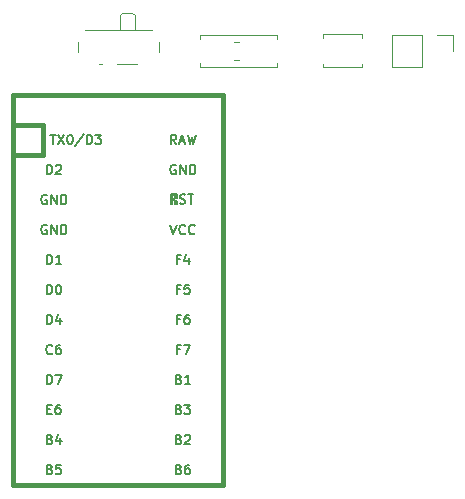
<source format=gbr>
%TF.GenerationSoftware,KiCad,Pcbnew,5.1.8*%
%TF.CreationDate,2021-02-04T11:53:21-06:00*%
%TF.ProjectId,small-paintbrush,736d616c-6c2d-4706-9169-6e7462727573,rev?*%
%TF.SameCoordinates,Original*%
%TF.FileFunction,Legend,Top*%
%TF.FilePolarity,Positive*%
%FSLAX46Y46*%
G04 Gerber Fmt 4.6, Leading zero omitted, Abs format (unit mm)*
G04 Created by KiCad (PCBNEW 5.1.8) date 2021-02-04 11:53:21*
%MOMM*%
%LPD*%
G01*
G04 APERTURE LIST*
%ADD10C,0.381000*%
%ADD11C,0.150000*%
%ADD12C,0.120000*%
G04 APERTURE END LIST*
D10*
%TO.C,U1*%
X71150000Y-29760000D02*
X68610000Y-29760000D01*
X68610000Y-27220000D02*
X68610000Y-29760000D01*
X86390000Y-27220000D02*
X68610000Y-27220000D01*
X86390000Y-29760000D02*
X86390000Y-27220000D01*
D11*
G36*
X82431568Y-36239360D02*
G01*
X82431568Y-36439360D01*
X82331568Y-36439360D01*
X82331568Y-36239360D01*
X82431568Y-36239360D01*
G37*
X82431568Y-36239360D02*
X82431568Y-36439360D01*
X82331568Y-36439360D01*
X82331568Y-36239360D01*
X82431568Y-36239360D01*
G36*
X82031568Y-35639360D02*
G01*
X82031568Y-36439360D01*
X81931568Y-36439360D01*
X81931568Y-35639360D01*
X82031568Y-35639360D01*
G37*
X82031568Y-35639360D02*
X82031568Y-36439360D01*
X81931568Y-36439360D01*
X81931568Y-35639360D01*
X82031568Y-35639360D01*
G36*
X82431568Y-35639360D02*
G01*
X82431568Y-35739360D01*
X81931568Y-35739360D01*
X81931568Y-35639360D01*
X82431568Y-35639360D01*
G37*
X82431568Y-35639360D02*
X82431568Y-35739360D01*
X81931568Y-35739360D01*
X81931568Y-35639360D01*
X82431568Y-35639360D01*
G36*
X82231568Y-36039360D02*
G01*
X82231568Y-36139360D01*
X82131568Y-36139360D01*
X82131568Y-36039360D01*
X82231568Y-36039360D01*
G37*
X82231568Y-36039360D02*
X82231568Y-36139360D01*
X82131568Y-36139360D01*
X82131568Y-36039360D01*
X82231568Y-36039360D01*
G36*
X82431568Y-35639360D02*
G01*
X82431568Y-35939360D01*
X82331568Y-35939360D01*
X82331568Y-35639360D01*
X82431568Y-35639360D01*
G37*
X82431568Y-35639360D02*
X82431568Y-35939360D01*
X82331568Y-35939360D01*
X82331568Y-35639360D01*
X82431568Y-35639360D01*
D10*
X71150000Y-32300000D02*
X68610000Y-32300000D01*
X71150000Y-29760000D02*
X71150000Y-32300000D01*
X86390000Y-60240000D02*
X86390000Y-29760000D01*
X68610000Y-60240000D02*
X86390000Y-60240000D01*
X68610000Y-29760000D02*
X68610000Y-60240000D01*
D12*
%TO.C,R2*%
X84420000Y-22130000D02*
X84420000Y-22460000D01*
X90960000Y-22130000D02*
X84420000Y-22130000D01*
X90960000Y-22460000D02*
X90960000Y-22130000D01*
X84420000Y-24870000D02*
X84420000Y-24540000D01*
X90960000Y-24870000D02*
X84420000Y-24870000D01*
X90960000Y-24540000D02*
X90960000Y-24870000D01*
%TO.C,PUSH2*%
X98150000Y-22100000D02*
X98150000Y-22400000D01*
X94850000Y-22100000D02*
X98150000Y-22100000D01*
X94850000Y-22400000D02*
X94850000Y-22100000D01*
X98150000Y-24900000D02*
X98150000Y-24600000D01*
X94850000Y-24900000D02*
X98150000Y-24900000D01*
X94850000Y-24600000D02*
X94850000Y-24900000D01*
%TO.C,SW2*%
X74050000Y-22780000D02*
X74050000Y-23570000D01*
X80950000Y-23570000D02*
X80950000Y-22780000D01*
X79100000Y-24620000D02*
X77400000Y-24620000D01*
X80350000Y-21770000D02*
X74650000Y-21770000D01*
X77600000Y-20480000D02*
X77600000Y-21770000D01*
X78700000Y-20270000D02*
X77800000Y-20270000D01*
X78900000Y-21770000D02*
X78900000Y-20480000D01*
X77600000Y-20480000D02*
X77800000Y-20270000D01*
X78900000Y-20480000D02*
X78700000Y-20270000D01*
X76100000Y-24620000D02*
X75900000Y-24620000D01*
%TO.C,J1*%
X105830000Y-22170000D02*
X105830000Y-23500000D01*
X104500000Y-22170000D02*
X105830000Y-22170000D01*
X103230000Y-22170000D02*
X103230000Y-24830000D01*
X103230000Y-24830000D02*
X100630000Y-24830000D01*
X103230000Y-22170000D02*
X100630000Y-22170000D01*
X100630000Y-22170000D02*
X100630000Y-24830000D01*
%TO.C,R1*%
X87727064Y-22765000D02*
X87272936Y-22765000D01*
X87727064Y-24235000D02*
X87272936Y-24235000D01*
%TO.C,U1*%
D11*
X71737651Y-30591904D02*
X72194794Y-30591904D01*
X71966223Y-31391904D02*
X71966223Y-30591904D01*
X72385270Y-30591904D02*
X72918604Y-31391904D01*
X72918604Y-30591904D02*
X72385270Y-31391904D01*
X73375747Y-30591904D02*
X73451937Y-30591904D01*
X73528128Y-30630000D01*
X73566223Y-30668095D01*
X73604318Y-30744285D01*
X73642413Y-30896666D01*
X73642413Y-31087142D01*
X73604318Y-31239523D01*
X73566223Y-31315714D01*
X73528128Y-31353809D01*
X73451937Y-31391904D01*
X73375747Y-31391904D01*
X73299556Y-31353809D01*
X73261461Y-31315714D01*
X73223366Y-31239523D01*
X73185270Y-31087142D01*
X73185270Y-30896666D01*
X73223366Y-30744285D01*
X73261461Y-30668095D01*
X73299556Y-30630000D01*
X73375747Y-30591904D01*
X74556699Y-30553809D02*
X73870985Y-31582380D01*
X74823366Y-31391904D02*
X74823366Y-30591904D01*
X75013842Y-30591904D01*
X75128128Y-30630000D01*
X75204318Y-30706190D01*
X75242413Y-30782380D01*
X75280508Y-30934761D01*
X75280508Y-31049047D01*
X75242413Y-31201428D01*
X75204318Y-31277619D01*
X75128128Y-31353809D01*
X75013842Y-31391904D01*
X74823366Y-31391904D01*
X75547175Y-30591904D02*
X76042413Y-30591904D01*
X75775747Y-30896666D01*
X75890032Y-30896666D01*
X75966223Y-30934761D01*
X76004318Y-30972857D01*
X76042413Y-31049047D01*
X76042413Y-31239523D01*
X76004318Y-31315714D01*
X75966223Y-31353809D01*
X75890032Y-31391904D01*
X75661461Y-31391904D01*
X75585270Y-31353809D01*
X75547175Y-31315714D01*
X71448523Y-33931904D02*
X71448523Y-33131904D01*
X71639000Y-33131904D01*
X71753285Y-33170000D01*
X71829476Y-33246190D01*
X71867571Y-33322380D01*
X71905666Y-33474761D01*
X71905666Y-33589047D01*
X71867571Y-33741428D01*
X71829476Y-33817619D01*
X71753285Y-33893809D01*
X71639000Y-33931904D01*
X71448523Y-33931904D01*
X72210428Y-33208095D02*
X72248523Y-33170000D01*
X72324714Y-33131904D01*
X72515190Y-33131904D01*
X72591380Y-33170000D01*
X72629476Y-33208095D01*
X72667571Y-33284285D01*
X72667571Y-33360476D01*
X72629476Y-33474761D01*
X72172333Y-33931904D01*
X72667571Y-33931904D01*
X71448523Y-44091904D02*
X71448523Y-43291904D01*
X71639000Y-43291904D01*
X71753285Y-43330000D01*
X71829476Y-43406190D01*
X71867571Y-43482380D01*
X71905666Y-43634761D01*
X71905666Y-43749047D01*
X71867571Y-43901428D01*
X71829476Y-43977619D01*
X71753285Y-44053809D01*
X71639000Y-44091904D01*
X71448523Y-44091904D01*
X72400904Y-43291904D02*
X72477095Y-43291904D01*
X72553285Y-43330000D01*
X72591380Y-43368095D01*
X72629476Y-43444285D01*
X72667571Y-43596666D01*
X72667571Y-43787142D01*
X72629476Y-43939523D01*
X72591380Y-44015714D01*
X72553285Y-44053809D01*
X72477095Y-44091904D01*
X72400904Y-44091904D01*
X72324714Y-44053809D01*
X72286619Y-44015714D01*
X72248523Y-43939523D01*
X72210428Y-43787142D01*
X72210428Y-43596666D01*
X72248523Y-43444285D01*
X72286619Y-43368095D01*
X72324714Y-43330000D01*
X72400904Y-43291904D01*
X71448523Y-41551904D02*
X71448523Y-40751904D01*
X71639000Y-40751904D01*
X71753285Y-40790000D01*
X71829476Y-40866190D01*
X71867571Y-40942380D01*
X71905666Y-41094761D01*
X71905666Y-41209047D01*
X71867571Y-41361428D01*
X71829476Y-41437619D01*
X71753285Y-41513809D01*
X71639000Y-41551904D01*
X71448523Y-41551904D01*
X72667571Y-41551904D02*
X72210428Y-41551904D01*
X72439000Y-41551904D02*
X72439000Y-40751904D01*
X72362809Y-40866190D01*
X72286619Y-40942380D01*
X72210428Y-40980476D01*
X71429476Y-38250000D02*
X71353285Y-38211904D01*
X71239000Y-38211904D01*
X71124714Y-38250000D01*
X71048523Y-38326190D01*
X71010428Y-38402380D01*
X70972333Y-38554761D01*
X70972333Y-38669047D01*
X71010428Y-38821428D01*
X71048523Y-38897619D01*
X71124714Y-38973809D01*
X71239000Y-39011904D01*
X71315190Y-39011904D01*
X71429476Y-38973809D01*
X71467571Y-38935714D01*
X71467571Y-38669047D01*
X71315190Y-38669047D01*
X71810428Y-39011904D02*
X71810428Y-38211904D01*
X72267571Y-39011904D01*
X72267571Y-38211904D01*
X72648523Y-39011904D02*
X72648523Y-38211904D01*
X72839000Y-38211904D01*
X72953285Y-38250000D01*
X73029476Y-38326190D01*
X73067571Y-38402380D01*
X73105666Y-38554761D01*
X73105666Y-38669047D01*
X73067571Y-38821428D01*
X73029476Y-38897619D01*
X72953285Y-38973809D01*
X72839000Y-39011904D01*
X72648523Y-39011904D01*
X71429476Y-35710000D02*
X71353285Y-35671904D01*
X71239000Y-35671904D01*
X71124714Y-35710000D01*
X71048523Y-35786190D01*
X71010428Y-35862380D01*
X70972333Y-36014761D01*
X70972333Y-36129047D01*
X71010428Y-36281428D01*
X71048523Y-36357619D01*
X71124714Y-36433809D01*
X71239000Y-36471904D01*
X71315190Y-36471904D01*
X71429476Y-36433809D01*
X71467571Y-36395714D01*
X71467571Y-36129047D01*
X71315190Y-36129047D01*
X71810428Y-36471904D02*
X71810428Y-35671904D01*
X72267571Y-36471904D01*
X72267571Y-35671904D01*
X72648523Y-36471904D02*
X72648523Y-35671904D01*
X72839000Y-35671904D01*
X72953285Y-35710000D01*
X73029476Y-35786190D01*
X73067571Y-35862380D01*
X73105666Y-36014761D01*
X73105666Y-36129047D01*
X73067571Y-36281428D01*
X73029476Y-36357619D01*
X72953285Y-36433809D01*
X72839000Y-36471904D01*
X72648523Y-36471904D01*
X71448523Y-46631904D02*
X71448523Y-45831904D01*
X71639000Y-45831904D01*
X71753285Y-45870000D01*
X71829476Y-45946190D01*
X71867571Y-46022380D01*
X71905666Y-46174761D01*
X71905666Y-46289047D01*
X71867571Y-46441428D01*
X71829476Y-46517619D01*
X71753285Y-46593809D01*
X71639000Y-46631904D01*
X71448523Y-46631904D01*
X72591380Y-46098571D02*
X72591380Y-46631904D01*
X72400904Y-45793809D02*
X72210428Y-46365238D01*
X72705666Y-46365238D01*
X71905666Y-49095714D02*
X71867571Y-49133809D01*
X71753285Y-49171904D01*
X71677095Y-49171904D01*
X71562809Y-49133809D01*
X71486619Y-49057619D01*
X71448523Y-48981428D01*
X71410428Y-48829047D01*
X71410428Y-48714761D01*
X71448523Y-48562380D01*
X71486619Y-48486190D01*
X71562809Y-48410000D01*
X71677095Y-48371904D01*
X71753285Y-48371904D01*
X71867571Y-48410000D01*
X71905666Y-48448095D01*
X72591380Y-48371904D02*
X72439000Y-48371904D01*
X72362809Y-48410000D01*
X72324714Y-48448095D01*
X72248523Y-48562380D01*
X72210428Y-48714761D01*
X72210428Y-49019523D01*
X72248523Y-49095714D01*
X72286619Y-49133809D01*
X72362809Y-49171904D01*
X72515190Y-49171904D01*
X72591380Y-49133809D01*
X72629476Y-49095714D01*
X72667571Y-49019523D01*
X72667571Y-48829047D01*
X72629476Y-48752857D01*
X72591380Y-48714761D01*
X72515190Y-48676666D01*
X72362809Y-48676666D01*
X72286619Y-48714761D01*
X72248523Y-48752857D01*
X72210428Y-48829047D01*
X71448523Y-51711904D02*
X71448523Y-50911904D01*
X71639000Y-50911904D01*
X71753285Y-50950000D01*
X71829476Y-51026190D01*
X71867571Y-51102380D01*
X71905666Y-51254761D01*
X71905666Y-51369047D01*
X71867571Y-51521428D01*
X71829476Y-51597619D01*
X71753285Y-51673809D01*
X71639000Y-51711904D01*
X71448523Y-51711904D01*
X72172333Y-50911904D02*
X72705666Y-50911904D01*
X72362809Y-51711904D01*
X71486619Y-53832857D02*
X71753285Y-53832857D01*
X71867571Y-54251904D02*
X71486619Y-54251904D01*
X71486619Y-53451904D01*
X71867571Y-53451904D01*
X72553285Y-53451904D02*
X72400904Y-53451904D01*
X72324714Y-53490000D01*
X72286619Y-53528095D01*
X72210428Y-53642380D01*
X72172333Y-53794761D01*
X72172333Y-54099523D01*
X72210428Y-54175714D01*
X72248523Y-54213809D01*
X72324714Y-54251904D01*
X72477095Y-54251904D01*
X72553285Y-54213809D01*
X72591380Y-54175714D01*
X72629476Y-54099523D01*
X72629476Y-53909047D01*
X72591380Y-53832857D01*
X72553285Y-53794761D01*
X72477095Y-53756666D01*
X72324714Y-53756666D01*
X72248523Y-53794761D01*
X72210428Y-53832857D01*
X72172333Y-53909047D01*
X71715190Y-56372857D02*
X71829476Y-56410952D01*
X71867571Y-56449047D01*
X71905666Y-56525238D01*
X71905666Y-56639523D01*
X71867571Y-56715714D01*
X71829476Y-56753809D01*
X71753285Y-56791904D01*
X71448523Y-56791904D01*
X71448523Y-55991904D01*
X71715190Y-55991904D01*
X71791380Y-56030000D01*
X71829476Y-56068095D01*
X71867571Y-56144285D01*
X71867571Y-56220476D01*
X71829476Y-56296666D01*
X71791380Y-56334761D01*
X71715190Y-56372857D01*
X71448523Y-56372857D01*
X72591380Y-56258571D02*
X72591380Y-56791904D01*
X72400904Y-55953809D02*
X72210428Y-56525238D01*
X72705666Y-56525238D01*
X71715190Y-58912857D02*
X71829476Y-58950952D01*
X71867571Y-58989047D01*
X71905666Y-59065238D01*
X71905666Y-59179523D01*
X71867571Y-59255714D01*
X71829476Y-59293809D01*
X71753285Y-59331904D01*
X71448523Y-59331904D01*
X71448523Y-58531904D01*
X71715190Y-58531904D01*
X71791380Y-58570000D01*
X71829476Y-58608095D01*
X71867571Y-58684285D01*
X71867571Y-58760476D01*
X71829476Y-58836666D01*
X71791380Y-58874761D01*
X71715190Y-58912857D01*
X71448523Y-58912857D01*
X72629476Y-58531904D02*
X72248523Y-58531904D01*
X72210428Y-58912857D01*
X72248523Y-58874761D01*
X72324714Y-58836666D01*
X72515190Y-58836666D01*
X72591380Y-58874761D01*
X72629476Y-58912857D01*
X72667571Y-58989047D01*
X72667571Y-59179523D01*
X72629476Y-59255714D01*
X72591380Y-59293809D01*
X72515190Y-59331904D01*
X72324714Y-59331904D01*
X72248523Y-59293809D01*
X72210428Y-59255714D01*
X82637190Y-58912857D02*
X82751476Y-58950952D01*
X82789571Y-58989047D01*
X82827666Y-59065238D01*
X82827666Y-59179523D01*
X82789571Y-59255714D01*
X82751476Y-59293809D01*
X82675285Y-59331904D01*
X82370523Y-59331904D01*
X82370523Y-58531904D01*
X82637190Y-58531904D01*
X82713380Y-58570000D01*
X82751476Y-58608095D01*
X82789571Y-58684285D01*
X82789571Y-58760476D01*
X82751476Y-58836666D01*
X82713380Y-58874761D01*
X82637190Y-58912857D01*
X82370523Y-58912857D01*
X83513380Y-58531904D02*
X83361000Y-58531904D01*
X83284809Y-58570000D01*
X83246714Y-58608095D01*
X83170523Y-58722380D01*
X83132428Y-58874761D01*
X83132428Y-59179523D01*
X83170523Y-59255714D01*
X83208619Y-59293809D01*
X83284809Y-59331904D01*
X83437190Y-59331904D01*
X83513380Y-59293809D01*
X83551476Y-59255714D01*
X83589571Y-59179523D01*
X83589571Y-58989047D01*
X83551476Y-58912857D01*
X83513380Y-58874761D01*
X83437190Y-58836666D01*
X83284809Y-58836666D01*
X83208619Y-58874761D01*
X83170523Y-58912857D01*
X83132428Y-58989047D01*
X82637190Y-53832857D02*
X82751476Y-53870952D01*
X82789571Y-53909047D01*
X82827666Y-53985238D01*
X82827666Y-54099523D01*
X82789571Y-54175714D01*
X82751476Y-54213809D01*
X82675285Y-54251904D01*
X82370523Y-54251904D01*
X82370523Y-53451904D01*
X82637190Y-53451904D01*
X82713380Y-53490000D01*
X82751476Y-53528095D01*
X82789571Y-53604285D01*
X82789571Y-53680476D01*
X82751476Y-53756666D01*
X82713380Y-53794761D01*
X82637190Y-53832857D01*
X82370523Y-53832857D01*
X83094333Y-53451904D02*
X83589571Y-53451904D01*
X83322904Y-53756666D01*
X83437190Y-53756666D01*
X83513380Y-53794761D01*
X83551476Y-53832857D01*
X83589571Y-53909047D01*
X83589571Y-54099523D01*
X83551476Y-54175714D01*
X83513380Y-54213809D01*
X83437190Y-54251904D01*
X83208619Y-54251904D01*
X83132428Y-54213809D01*
X83094333Y-54175714D01*
X82637190Y-51292857D02*
X82751476Y-51330952D01*
X82789571Y-51369047D01*
X82827666Y-51445238D01*
X82827666Y-51559523D01*
X82789571Y-51635714D01*
X82751476Y-51673809D01*
X82675285Y-51711904D01*
X82370523Y-51711904D01*
X82370523Y-50911904D01*
X82637190Y-50911904D01*
X82713380Y-50950000D01*
X82751476Y-50988095D01*
X82789571Y-51064285D01*
X82789571Y-51140476D01*
X82751476Y-51216666D01*
X82713380Y-51254761D01*
X82637190Y-51292857D01*
X82370523Y-51292857D01*
X83589571Y-51711904D02*
X83132428Y-51711904D01*
X83361000Y-51711904D02*
X83361000Y-50911904D01*
X83284809Y-51026190D01*
X83208619Y-51102380D01*
X83132428Y-51140476D01*
X82694333Y-41132857D02*
X82427666Y-41132857D01*
X82427666Y-41551904D02*
X82427666Y-40751904D01*
X82808619Y-40751904D01*
X83456238Y-41018571D02*
X83456238Y-41551904D01*
X83265761Y-40713809D02*
X83075285Y-41285238D01*
X83570523Y-41285238D01*
X81894333Y-38211904D02*
X82161000Y-39011904D01*
X82427666Y-38211904D01*
X83151476Y-38935714D02*
X83113380Y-38973809D01*
X82999095Y-39011904D01*
X82922904Y-39011904D01*
X82808619Y-38973809D01*
X82732428Y-38897619D01*
X82694333Y-38821428D01*
X82656238Y-38669047D01*
X82656238Y-38554761D01*
X82694333Y-38402380D01*
X82732428Y-38326190D01*
X82808619Y-38250000D01*
X82922904Y-38211904D01*
X82999095Y-38211904D01*
X83113380Y-38250000D01*
X83151476Y-38288095D01*
X83951476Y-38935714D02*
X83913380Y-38973809D01*
X83799095Y-39011904D01*
X83722904Y-39011904D01*
X83608619Y-38973809D01*
X83532428Y-38897619D01*
X83494333Y-38821428D01*
X83456238Y-38669047D01*
X83456238Y-38554761D01*
X83494333Y-38402380D01*
X83532428Y-38326190D01*
X83608619Y-38250000D01*
X83722904Y-38211904D01*
X83799095Y-38211904D01*
X83913380Y-38250000D01*
X83951476Y-38288095D01*
X82699786Y-36403809D02*
X82814072Y-36441904D01*
X83004548Y-36441904D01*
X83080739Y-36403809D01*
X83118834Y-36365714D01*
X83156929Y-36289523D01*
X83156929Y-36213333D01*
X83118834Y-36137142D01*
X83080739Y-36099047D01*
X83004548Y-36060952D01*
X82852167Y-36022857D01*
X82775977Y-35984761D01*
X82737881Y-35946666D01*
X82699786Y-35870476D01*
X82699786Y-35794285D01*
X82737881Y-35718095D01*
X82775977Y-35680000D01*
X82852167Y-35641904D01*
X83042643Y-35641904D01*
X83156929Y-35680000D01*
X83385500Y-35641904D02*
X83842643Y-35641904D01*
X83614072Y-36441904D02*
X83614072Y-35641904D01*
X82351476Y-33170000D02*
X82275285Y-33131904D01*
X82161000Y-33131904D01*
X82046714Y-33170000D01*
X81970523Y-33246190D01*
X81932428Y-33322380D01*
X81894333Y-33474761D01*
X81894333Y-33589047D01*
X81932428Y-33741428D01*
X81970523Y-33817619D01*
X82046714Y-33893809D01*
X82161000Y-33931904D01*
X82237190Y-33931904D01*
X82351476Y-33893809D01*
X82389571Y-33855714D01*
X82389571Y-33589047D01*
X82237190Y-33589047D01*
X82732428Y-33931904D02*
X82732428Y-33131904D01*
X83189571Y-33931904D01*
X83189571Y-33131904D01*
X83570523Y-33931904D02*
X83570523Y-33131904D01*
X83761000Y-33131904D01*
X83875285Y-33170000D01*
X83951476Y-33246190D01*
X83989571Y-33322380D01*
X84027666Y-33474761D01*
X84027666Y-33589047D01*
X83989571Y-33741428D01*
X83951476Y-33817619D01*
X83875285Y-33893809D01*
X83761000Y-33931904D01*
X83570523Y-33931904D01*
X82408619Y-31391904D02*
X82141952Y-31010952D01*
X81951476Y-31391904D02*
X81951476Y-30591904D01*
X82256238Y-30591904D01*
X82332428Y-30630000D01*
X82370523Y-30668095D01*
X82408619Y-30744285D01*
X82408619Y-30858571D01*
X82370523Y-30934761D01*
X82332428Y-30972857D01*
X82256238Y-31010952D01*
X81951476Y-31010952D01*
X82713380Y-31163333D02*
X83094333Y-31163333D01*
X82637190Y-31391904D02*
X82903857Y-30591904D01*
X83170523Y-31391904D01*
X83361000Y-30591904D02*
X83551476Y-31391904D01*
X83703857Y-30820476D01*
X83856238Y-31391904D01*
X84046714Y-30591904D01*
X82694333Y-43672857D02*
X82427666Y-43672857D01*
X82427666Y-44091904D02*
X82427666Y-43291904D01*
X82808619Y-43291904D01*
X83494333Y-43291904D02*
X83113380Y-43291904D01*
X83075285Y-43672857D01*
X83113380Y-43634761D01*
X83189571Y-43596666D01*
X83380047Y-43596666D01*
X83456238Y-43634761D01*
X83494333Y-43672857D01*
X83532428Y-43749047D01*
X83532428Y-43939523D01*
X83494333Y-44015714D01*
X83456238Y-44053809D01*
X83380047Y-44091904D01*
X83189571Y-44091904D01*
X83113380Y-44053809D01*
X83075285Y-44015714D01*
X82694333Y-46212857D02*
X82427666Y-46212857D01*
X82427666Y-46631904D02*
X82427666Y-45831904D01*
X82808619Y-45831904D01*
X83456238Y-45831904D02*
X83303857Y-45831904D01*
X83227666Y-45870000D01*
X83189571Y-45908095D01*
X83113380Y-46022380D01*
X83075285Y-46174761D01*
X83075285Y-46479523D01*
X83113380Y-46555714D01*
X83151476Y-46593809D01*
X83227666Y-46631904D01*
X83380047Y-46631904D01*
X83456238Y-46593809D01*
X83494333Y-46555714D01*
X83532428Y-46479523D01*
X83532428Y-46289047D01*
X83494333Y-46212857D01*
X83456238Y-46174761D01*
X83380047Y-46136666D01*
X83227666Y-46136666D01*
X83151476Y-46174761D01*
X83113380Y-46212857D01*
X83075285Y-46289047D01*
X82694333Y-48752857D02*
X82427666Y-48752857D01*
X82427666Y-49171904D02*
X82427666Y-48371904D01*
X82808619Y-48371904D01*
X83037190Y-48371904D02*
X83570523Y-48371904D01*
X83227666Y-49171904D01*
X82637190Y-56372857D02*
X82751476Y-56410952D01*
X82789571Y-56449047D01*
X82827666Y-56525238D01*
X82827666Y-56639523D01*
X82789571Y-56715714D01*
X82751476Y-56753809D01*
X82675285Y-56791904D01*
X82370523Y-56791904D01*
X82370523Y-55991904D01*
X82637190Y-55991904D01*
X82713380Y-56030000D01*
X82751476Y-56068095D01*
X82789571Y-56144285D01*
X82789571Y-56220476D01*
X82751476Y-56296666D01*
X82713380Y-56334761D01*
X82637190Y-56372857D01*
X82370523Y-56372857D01*
X83132428Y-56068095D02*
X83170523Y-56030000D01*
X83246714Y-55991904D01*
X83437190Y-55991904D01*
X83513380Y-56030000D01*
X83551476Y-56068095D01*
X83589571Y-56144285D01*
X83589571Y-56220476D01*
X83551476Y-56334761D01*
X83094333Y-56791904D01*
X83589571Y-56791904D01*
%TD*%
M02*

</source>
